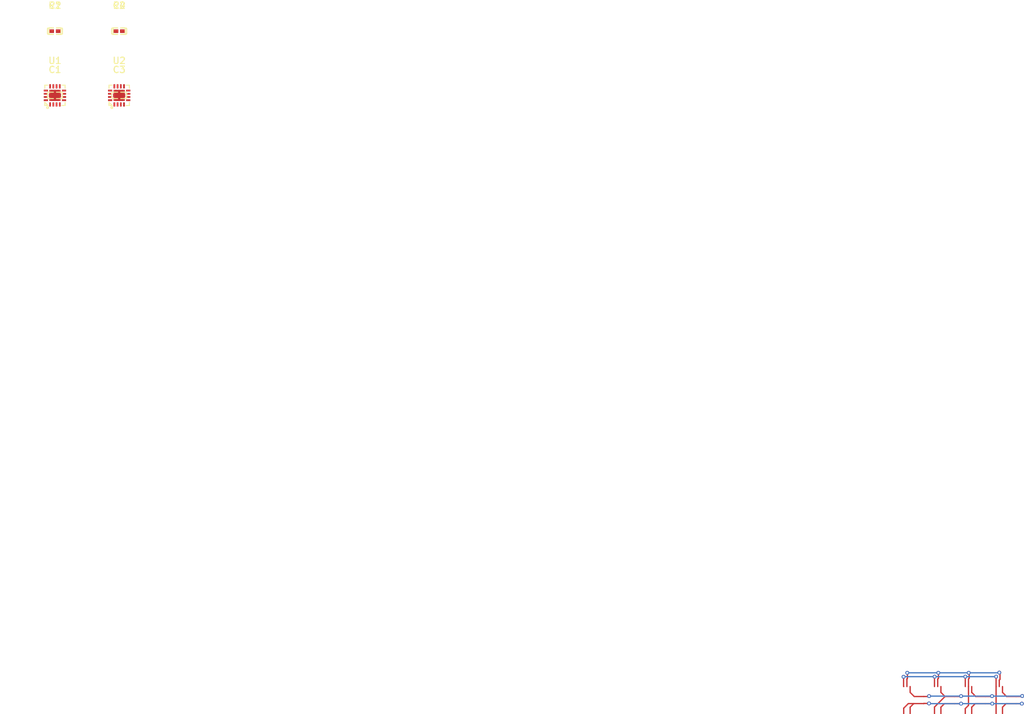
<source format=kicad_pcb>
(kicad_pcb (version 20241229) (generator "pcbnew") (generator_version "9.0")
  (layers (0 "F.Cu" signal) (2 "B.Cu" signal) (13 "F.Paste" user) (15 "B.Paste" user) (5 "F.SilkS" user "F.Silkscreen") (7 "B.SilkS" user "B.Silkscreen") (1 "F.Mask" user) (3 "B.Mask" user) (25 "Edge.Cuts" user))
  (net 0 "")
  (net 25 "expanders[0]-line-5")
  (net 26 "SCL")
  (net 27 "expanders[1].package-INT")
  (net 28 "expanders[1]-line")
  (net 29 "expanders[1]-line-6")
  (net 30 "expanders[1]-line-2")
  (net 31 "expanders[0].package-INT")
  (net 32 "expanders[1]-line-7")
  (net 33 "expanders[1]-line-3")
  (net 34 "expanders[1]-line-1")
  (net 35 "expanders[1]-RESET")
  (net 36 "expanders[1]-line-4")
  (net 38 "expanders[0]-line-4")
  (net 39 "expanders[1]-line-5")
  (net 40 "expanders[0]-line-7")
  (net 41 "expanders[0]-line")
  (net 42 "SDA")
  (net 43 "expanders[0]-line-1")
  (net 44 "expanders[0]-line-6")
  (net 46 "expanders[0]-line-2")
  (net 47 "expanders[0]-RESET")
  (net 48 "expanders[0]-line-3")
  (net 1 "gnd")
  (net 2 "VCCP")
  (footprint "atopile:QFN-16_L3.0-W3.0-P0.50-BL-EP1.7-3a4c56" (layer "F.Cu") (at 0 0 0)
    (property "Reference" "U1" (at 0 -5.41 0) (layer "F.SilkS") (hide no))
    (property "Value" "")
    (fp_line (start -1.08 1.58) (end -1.58 1.08) (stroke (width 0.15)) (layer "F.SilkS"))
    (fp_line (start -1.58 -1.08) (end -1.58 -1.58) (stroke (width 0.15)) (layer "F.SilkS"))
    (fp_line (start -1.58 -1.58) (end -1.08 -1.58) (stroke (width 0.15)) (layer "F.SilkS"))
    (fp_line (start 1.58 -1.08) (end 1.58 -1.58) (stroke (width 0.15)) (layer "F.SilkS"))
    (fp_line (start 1.58 -1.58) (end 1.08 -1.58) (stroke (width 0.15)) (layer "F.SilkS"))
    (fp_line (start -1.58 1.08) (end -1.58 1.58) (stroke (width 0.15)) (layer "F.SilkS"))
    (fp_line (start -1.58 1.58) (end -1.08 1.58) (stroke (width 0.15)) (layer "F.SilkS"))
    (fp_line (start 1.58 1.08) (end 1.58 1.58) (stroke (width 0.15)) (layer "F.SilkS"))
    (fp_line (start 1.58 1.58) (end 1.08 1.58) (stroke (width 0.15)) (layer "F.SilkS"))
    (fp_circle (center -1.14 1.9) (end -1.07 1.9) (stroke (width 0.15)) (fill no) (layer "F.SilkS"))
    (fp_text user "${REFERENCE}" (at 0 -5.41 0) (layer "F.SilkS"))
    (pad "1" smd rect (at -0.75 1.41 0) (size 0.28 0.66) (layers "F.Cu" "F.Paste" "F.Mask") (net 47 "expanders[0]-RESET"))
    (pad "2" smd rect (at -0.25 1.41 0) (size 0.28 0.66) (layers "F.Cu" "F.Paste" "F.Mask") (net 44 "expanders[0]-line-6"))
    (pad "3" smd rect (at 0.25 1.41 0) (size 0.28 0.66) (layers "F.Cu" "F.Paste" "F.Mask") (net 43 "expanders[0]-line-1"))
    (pad "4" smd rect (at 0.75 1.41 0) (size 0.28 0.66) (layers "F.Cu" "F.Paste" "F.Mask") (net 48 "expanders[0]-line-3"))
    (pad "5" smd rect (at 1.41 0.75 0) (size 0.66 0.28) (layers "F.Cu" "F.Paste" "F.Mask") (net 40 "expanders[0]-line-7"))
    (pad "6" smd rect (at 1.41 0.25 0) (size 0.66 0.28) (layers "F.Cu" "F.Paste" "F.Mask") (net 1 "gnd"))
    (pad "7" smd rect (at 1.41 -0.25 0) (size 0.66 0.28) (layers "F.Cu" "F.Paste" "F.Mask") (net 46 "expanders[0]-line-2"))
    (pad "8" smd rect (at 1.41 -0.75 0) (size 0.66 0.28) (layers "F.Cu" "F.Paste" "F.Mask") (net 38 "expanders[0]-line-4"))
    (pad "9" smd rect (at 0.75 -1.41 0) (size 0.28 0.66) (layers "F.Cu" "F.Paste" "F.Mask") (net 41 "expanders[0]-line"))
    (pad "10" smd rect (at 0.25 -1.41 0) (size 0.28 0.66) (layers "F.Cu" "F.Paste" "F.Mask") (net 25 "expanders[0]-line-5"))
    (pad "11" smd rect (at -0.25 -1.41 0) (size 0.28 0.66) (layers "F.Cu" "F.Paste" "F.Mask") (net 31 "expanders[0].package-INT"))
    (pad "12" smd rect (at -0.75 -1.41 0) (size 0.28 0.66) (layers "F.Cu" "F.Paste" "F.Mask") (net 26 "SCL"))
    (pad "13" smd rect (at -1.41 -0.75 0) (size 0.66 0.28) (layers "F.Cu" "F.Paste" "F.Mask") (net 42 "SDA"))
    (pad "14" smd rect (at -1.41 -0.25 0) (size 0.66 0.28) (layers "F.Cu" "F.Paste" "F.Mask") (net 2 "VCCP"))
    (pad "15" smd rect (at -1.41 0.25 0) (size 0.66 0.28) (layers "F.Cu" "F.Paste" "F.Mask") (net 2 "VCCP"))
    (pad "16" smd rect (at -1.41 0.75 0) (size 0.66 0.28) (layers "F.Cu" "F.Paste" "F.Mask") (net 1 "gnd"))
    (pad "17" smd rect (at 0 0 0) (size 1.75 1.75) (layers "F.Cu" "F.Paste" "F.Mask") (net 1 "gnd"))
  )
  (footprint "atopile:R0402-56259e" (layer "F.Cu") (at 0 -10 0)
    (property "Reference" "R1" (at 0 -4 0) (layer "F.SilkS") (hide no))
    (property "Value" "10kΩ ±1% 62.5mW")
    (fp_line (start -0.23 0.5) (end -0.94 0.5) (stroke (width 0.15)) (layer "F.SilkS"))
    (fp_line (start -0.94 0.5) (end -0.94 -0.5) (stroke (width 0.15)) (layer "F.SilkS"))
    (fp_line (start -0.94 -0.5) (end -0.23 -0.5) (stroke (width 0.15)) (layer "F.SilkS"))
    (fp_line (start 0.23 0.5) (end 0.94 0.5) (stroke (width 0.15)) (layer "F.SilkS"))
    (fp_line (start 0.94 0.5) (end 0.94 -0.5) (stroke (width 0.15)) (layer "F.SilkS"))
    (fp_line (start 0.94 -0.5) (end 0.23 -0.5) (stroke (width 0.15)) (layer "F.SilkS"))
    (fp_text user "${REFERENCE}" (at 0 -4 0) (layer "F.SilkS"))
    (pad "2" smd rect (at 0.43 0 0) (size 0.57 0.54) (layers "F.Cu" "F.Paste" "F.Mask") (net 2 "VCCP"))
    (pad "1" smd rect (at -0.43 0 0) (size 0.57 0.54) (layers "F.Cu" "F.Paste" "F.Mask") (net 47 "expanders[0]-RESET"))
  )
  (footprint "atopile:QFN-16_L3.0-W3.0-P0.50-BL-EP1.7-3a4c56" (layer "F.Cu") (at 10 0 0)
    (property "Reference" "U2" (at 0 -5.41 0) (layer "F.SilkS") (hide no))
    (property "Value" "")
    (fp_line (start -1.08 1.58) (end -1.58 1.08) (stroke (width 0.15)) (layer "F.SilkS"))
    (fp_line (start -1.58 -1.08) (end -1.58 -1.58) (stroke (width 0.15)) (layer "F.SilkS"))
    (fp_line (start -1.58 -1.58) (end -1.08 -1.58) (stroke (width 0.15)) (layer "F.SilkS"))
    (fp_line (start 1.58 -1.08) (end 1.58 -1.58) (stroke (width 0.15)) (layer "F.SilkS"))
    (fp_line (start 1.58 -1.58) (end 1.08 -1.58) (stroke (width 0.15)) (layer "F.SilkS"))
    (fp_line (start -1.58 1.08) (end -1.58 1.58) (stroke (width 0.15)) (layer "F.SilkS"))
    (fp_line (start -1.58 1.58) (end -1.08 1.58) (stroke (width 0.15)) (layer "F.SilkS"))
    (fp_line (start 1.58 1.08) (end 1.58 1.58) (stroke (width 0.15)) (layer "F.SilkS"))
    (fp_line (start 1.58 1.58) (end 1.08 1.58) (stroke (width 0.15)) (layer "F.SilkS"))
    (fp_circle (center -1.14 1.9) (end -1.07 1.9) (stroke (width 0.15)) (fill no) (layer "F.SilkS"))
    (fp_text user "${REFERENCE}" (at 0 -5.41 0) (layer "F.SilkS"))
    (pad "1" smd rect (at -0.75 1.41 0) (size 0.28 0.66) (layers "F.Cu" "F.Paste" "F.Mask") (net 35 "expanders[1]-RESET"))
    (pad "2" smd rect (at -0.25 1.41 0) (size 0.28 0.66) (layers "F.Cu" "F.Paste" "F.Mask") (net 34 "expanders[1]-line-1"))
    (pad "3" smd rect (at 0.25 1.41 0) (size 0.28 0.66) (layers "F.Cu" "F.Paste" "F.Mask") (net 39 "expanders[1]-line-5"))
    (pad "4" smd rect (at 0.75 1.41 0) (size 0.28 0.66) (layers "F.Cu" "F.Paste" "F.Mask") (net 32 "expanders[1]-line-7"))
    (pad "5" smd rect (at 1.41 0.75 0) (size 0.66 0.28) (layers "F.Cu" "F.Paste" "F.Mask") (net 36 "expanders[1]-line-4"))
    (pad "6" smd rect (at 1.41 0.25 0) (size 0.66 0.28) (layers "F.Cu" "F.Paste" "F.Mask") (net 1 "gnd"))
    (pad "7" smd rect (at 1.41 -0.25 0) (size 0.66 0.28) (layers "F.Cu" "F.Paste" "F.Mask") (net 29 "expanders[1]-line-6"))
    (pad "8" smd rect (at 1.41 -0.75 0) (size 0.66 0.28) (layers "F.Cu" "F.Paste" "F.Mask") (net 33 "expanders[1]-line-3"))
    (pad "9" smd rect (at 0.75 -1.41 0) (size 0.28 0.66) (layers "F.Cu" "F.Paste" "F.Mask") (net 30 "expanders[1]-line-2"))
    (pad "10" smd rect (at 0.25 -1.41 0) (size 0.28 0.66) (layers "F.Cu" "F.Paste" "F.Mask") (net 28 "expanders[1]-line"))
    (pad "11" smd rect (at -0.25 -1.41 0) (size 0.28 0.66) (layers "F.Cu" "F.Paste" "F.Mask") (net 27 "expanders[1].package-INT"))
    (pad "12" smd rect (at -0.75 -1.41 0) (size 0.28 0.66) (layers "F.Cu" "F.Paste" "F.Mask") (net 26 "SCL"))
    (pad "13" smd rect (at -1.41 -0.75 0) (size 0.66 0.28) (layers "F.Cu" "F.Paste" "F.Mask") (net 42 "SDA"))
    (pad "14" smd rect (at -1.41 -0.25 0) (size 0.66 0.28) (layers "F.Cu" "F.Paste" "F.Mask") (net 2 "VCCP"))
    (pad "15" smd rect (at -1.41 0.25 0) (size 0.66 0.28) (layers "F.Cu" "F.Paste" "F.Mask") (net 2 "VCCP"))
    (pad "16" smd rect (at -1.41 0.75 0) (size 0.66 0.28) (layers "F.Cu" "F.Paste" "F.Mask") (net 2 "VCCP"))
    (pad "17" smd rect (at 0 0 0) (size 1.75 1.75) (layers "F.Cu" "F.Paste" "F.Mask") (net 1 "gnd"))
  )
  (footprint "atopile:R0402-56259e" (layer "F.Cu") (at 10 -10 0)
    (property "Reference" "R2" (at 0 -4 0) (layer "F.SilkS") (hide no))
    (property "Value" "10kΩ ±1% 62.5mW")
    (fp_line (start -0.23 0.5) (end -0.94 0.5) (stroke (width 0.15)) (layer "F.SilkS"))
    (fp_line (start -0.94 0.5) (end -0.94 -0.5) (stroke (width 0.15)) (layer "F.SilkS"))
    (fp_line (start -0.94 -0.5) (end -0.23 -0.5) (stroke (width 0.15)) (layer "F.SilkS"))
    (fp_line (start 0.23 0.5) (end 0.94 0.5) (stroke (width 0.15)) (layer "F.SilkS"))
    (fp_line (start 0.94 0.5) (end 0.94 -0.5) (stroke (width 0.15)) (layer "F.SilkS"))
    (fp_line (start 0.94 -0.5) (end 0.23 -0.5) (stroke (width 0.15)) (layer "F.SilkS"))
    (fp_text user "${REFERENCE}" (at 0 -4 0) (layer "F.SilkS"))
    (pad "2" smd rect (at 0.43 0 0) (size 0.57 0.54) (layers "F.Cu" "F.Paste" "F.Mask") (net 2 "VCCP"))
    (pad "1" smd rect (at -0.43 0 0) (size 0.57 0.54) (layers "F.Cu" "F.Paste" "F.Mask") (net 35 "expanders[1]-RESET"))
  )
  (footprint "atopile:C0402-b3ef17" (layer "F.Cu") (at 0 0 0)
    (property "Reference" "C1" (at 0 -4 0) (layer "F.SilkS") (hide no))
    (property "Value" "100nF ±10% 16V X7R")
    (fp_line (start 1.02 -0.5) (end 0.23 -0.5) (stroke (width 0.15)) (layer "F.SilkS"))
    (fp_line (start 0.23 0.5) (end 1.02 0.5) (stroke (width 0.15)) (layer "F.SilkS"))
    (fp_line (start 1.17 0.35) (end 1.17 -0.35) (stroke (width 0.15)) (layer "F.SilkS"))
    (fp_line (start -1.02 -0.5) (end -0.23 -0.5) (stroke (width 0.15)) (layer "F.SilkS"))
    (fp_line (start -0.23 0.5) (end -1.02 0.5) (stroke (width 0.15)) (layer "F.SilkS"))
    (fp_line (start -1.17 0.35) (end -1.17 -0.35) (stroke (width 0.15)) (layer "F.SilkS"))
    (fp_arc (start 1.17 0.35) (mid 1.1260660171779822 0.456066017177982) (end 1.02 0.4999999999999999) (stroke (width 0.15)) (layer "F.SilkS"))
    (fp_arc (start 1.02 -0.5) (mid 1.1260660171779822 -0.4560660171779821) (end 1.17 -0.35) (stroke (width 0.15)) (layer "F.SilkS"))
    (fp_arc (start -1.17 0.35) (mid -1.1260660171779822 0.456066017177982) (end -1.02 0.4999999999999999) (stroke (width 0.15)) (layer "F.SilkS"))
    (fp_arc (start -1.02 -0.5) (mid -1.1260660171779822 -0.4560660171779821) (end -1.17 -0.35) (stroke (width 0.15)) (layer "F.SilkS"))
    (fp_text user "${REFERENCE}" (at 0 -4 0) (layer "F.SilkS"))
    (pad "2" smd rect (at 0.55 0 0) (size 0.79 0.54) (layers "F.Cu" "F.Paste" "F.Mask") (net 1 "gnd"))
    (pad "1" smd rect (at -0.55 0 0) (size 0.79 0.54) (layers "F.Cu" "F.Paste" "F.Mask") (net 2 "VCCP"))
  )
  (footprint "atopile:C0402-b3ef17" (layer "F.Cu") (at 0 -10 0)
    (property "Reference" "C2" (at 0 -4 0) (layer "F.SilkS") (hide no))
    (property "Value" "100nF ±10% 16V X7R")
    (fp_line (start 1.02 -0.5) (end 0.23 -0.5) (stroke (width 0.15)) (layer "F.SilkS"))
    (fp_line (start 0.23 0.5) (end 1.02 0.5) (stroke (width 0.15)) (layer "F.SilkS"))
    (fp_line (start 1.17 0.35) (end 1.17 -0.35) (stroke (width 0.15)) (layer "F.SilkS"))
    (fp_line (start -1.02 -0.5) (end -0.23 -0.5) (stroke (width 0.15)) (layer "F.SilkS"))
    (fp_line (start -0.23 0.5) (end -1.02 0.5) (stroke (width 0.15)) (layer "F.SilkS"))
    (fp_line (start -1.17 0.35) (end -1.17 -0.35) (stroke (width 0.15)) (layer "F.SilkS"))
    (fp_arc (start 1.17 0.35) (mid 1.1260660171779822 0.456066017177982) (end 1.02 0.4999999999999999) (stroke (width 0.15)) (layer "F.SilkS"))
    (fp_arc (start 1.02 -0.5) (mid 1.1260660171779822 -0.4560660171779821) (end 1.17 -0.35) (stroke (width 0.15)) (layer "F.SilkS"))
    (fp_arc (start -1.17 0.35) (mid -1.1260660171779822 0.456066017177982) (end -1.02 0.4999999999999999) (stroke (width 0.15)) (layer "F.SilkS"))
    (fp_arc (start -1.02 -0.5) (mid -1.1260660171779822 -0.4560660171779821) (end -1.17 -0.35) (stroke (width 0.15)) (layer "F.SilkS"))
    (fp_text user "${REFERENCE}" (at 0 -4 0) (layer "F.SilkS"))
    (pad "2" smd rect (at 0.55 0 0) (size 0.79 0.54) (layers "F.Cu" "F.Paste" "F.Mask") (net 1 "gnd"))
    (pad "1" smd rect (at -0.55 0 0) (size 0.79 0.54) (layers "F.Cu" "F.Paste" "F.Mask") (net 2 "VCCP"))
  )
  (footprint "atopile:C0402-b3ef17" (layer "F.Cu") (at 10 0 0)
    (property "Reference" "C3" (at 0 -4 0) (layer "F.SilkS") (hide no))
    (property "Value" "100nF ±10% 16V X7R")
    (fp_line (start 1.02 -0.5) (end 0.23 -0.5) (stroke (width 0.15)) (layer "F.SilkS"))
    (fp_line (start 0.23 0.5) (end 1.02 0.5) (stroke (width 0.15)) (layer "F.SilkS"))
    (fp_line (start 1.17 0.35) (end 1.17 -0.35) (stroke (width 0.15)) (layer "F.SilkS"))
    (fp_line (start -1.02 -0.5) (end -0.23 -0.5) (stroke (width 0.15)) (layer "F.SilkS"))
    (fp_line (start -0.23 0.5) (end -1.02 0.5) (stroke (width 0.15)) (layer "F.SilkS"))
    (fp_line (start -1.17 0.35) (end -1.17 -0.35) (stroke (width 0.15)) (layer "F.SilkS"))
    (fp_arc (start 1.17 0.35) (mid 1.1260660171779822 0.456066017177982) (end 1.02 0.4999999999999999) (stroke (width 0.15)) (layer "F.SilkS"))
    (fp_arc (start 1.02 -0.5) (mid 1.1260660171779822 -0.4560660171779821) (end 1.17 -0.35) (stroke (width 0.15)) (layer "F.SilkS"))
    (fp_arc (start -1.17 0.35) (mid -1.1260660171779822 0.456066017177982) (end -1.02 0.4999999999999999) (stroke (width 0.15)) (layer "F.SilkS"))
    (fp_arc (start -1.02 -0.5) (mid -1.1260660171779822 -0.4560660171779821) (end -1.17 -0.35) (stroke (width 0.15)) (layer "F.SilkS"))
    (fp_text user "${REFERENCE}" (at 0 -4 0) (layer "F.SilkS"))
    (pad "2" smd rect (at 0.55 0 0) (size 0.79 0.54) (layers "F.Cu" "F.Paste" "F.Mask") (net 1 "gnd"))
    (pad "1" smd rect (at -0.55 0 0) (size 0.79 0.54) (layers "F.Cu" "F.Paste" "F.Mask") (net 2 "VCCP"))
  )
  (footprint "atopile:C0402-b3ef17" (layer "F.Cu") (at 10 -10 0)
    (property "Reference" "C4" (at 0 -4 0) (layer "F.SilkS") (hide no))
    (property "Value" "100nF ±10% 16V X7R")
    (fp_line (start 1.02 -0.5) (end 0.23 -0.5) (stroke (width 0.15)) (layer "F.SilkS"))
    (fp_line (start 0.23 0.5) (end 1.02 0.5) (stroke (width 0.15)) (layer "F.SilkS"))
    (fp_line (start 1.17 0.35) (end 1.17 -0.35) (stroke (width 0.15)) (layer "F.SilkS"))
    (fp_line (start -1.02 -0.5) (end -0.23 -0.5) (stroke (width 0.15)) (layer "F.SilkS"))
    (fp_line (start -0.23 0.5) (end -1.02 0.5) (stroke (width 0.15)) (layer "F.SilkS"))
    (fp_line (start -1.17 0.35) (end -1.17 -0.35) (stroke (width 0.15)) (layer "F.SilkS"))
    (fp_arc (start 1.17 0.35) (mid 1.1260660171779822 0.456066017177982) (end 1.02 0.4999999999999999) (stroke (width 0.15)) (layer "F.SilkS"))
    (fp_arc (start 1.02 -0.5) (mid 1.1260660171779822 -0.4560660171779821) (end 1.17 -0.35) (stroke (width 0.15)) (layer "F.SilkS"))
    (fp_arc (start -1.17 0.35) (mid -1.1260660171779822 0.456066017177982) (end -1.02 0.4999999999999999) (stroke (width 0.15)) (layer "F.SilkS"))
    (fp_arc (start -1.02 -0.5) (mid -1.1260660171779822 -0.4560660171779821) (end -1.17 -0.35) (stroke (width 0.15)) (layer "F.SilkS"))
    (fp_text user "${REFERENCE}" (at 0 -4 0) (layer "F.SilkS"))
    (pad "2" smd rect (at 0.55 0 0) (size 0.79 0.54) (layers "F.Cu" "F.Paste" "F.Mask") (net 1 "gnd"))
    (pad "1" smd rect (at -0.55 0 0) (size 0.79 0.54) (layers "F.Cu" "F.Paste" "F.Mask") (net 2 "VCCP"))
  )
  (via (at 132.11 90.51) (size 0.6) (drill 0.3) (layers "F.Cu" "B.Cu") (net 0))
  (via (at 141.72 90.49) (size 0.6) (drill 0.3) (layers "F.Cu" "B.Cu") (net 0))
  (via (at 136.94 90.49) (size 0.6) (drill 0.3) (layers "F.Cu" "B.Cu") (net 0))
  (via (at 146.52 90.49) (size 0.6) (drill 0.3) (layers "F.Cu" "B.Cu") (net 0))
  (via (at 132.686459 89.89) (size 0.6) (drill 0.3) (layers "F.Cu" "B.Cu") (net 0))
  (via (at 147.011154 89.858516) (size 0.6) (drill 0.3) (layers "F.Cu" "B.Cu") (net 0))
  (via (at 142.25 89.89) (size 0.6) (drill 0.3) (layers "F.Cu" "B.Cu") (net 0))
  (via (at 137.52 89.89) (size 0.6) (drill 0.3) (layers "F.Cu" "B.Cu") (net 0))
  (via (at 145.88 93.52) (size 0.6) (drill 0.3) (layers "F.Cu" "B.Cu") (net 0))
  (via (at 136.08 93.52) (size 0.6) (drill 0.3) (layers "F.Cu" "B.Cu") (net 0))
  (via (at 150.58 93.5) (size 0.6) (drill 0.3) (layers "F.Cu" "B.Cu") (net 0))
  (via (at 141.06 93.52) (size 0.6) (drill 0.3) (layers "F.Cu" "B.Cu") (net 0))
  (via (at 150.52 94.69) (size 0.6) (drill 0.3) (layers "F.Cu" "B.Cu") (net 0))
  (via (at 136.07 94.66) (size 0.6) (drill 0.3) (layers "F.Cu" "B.Cu") (net 0))
  (via (at 145.91 94.69) (size 0.6) (drill 0.3) (layers "F.Cu" "B.Cu") (net 0))
  (via (at 141.06 94.69) (size 0.6) (drill 0.3) (layers "F.Cu" "B.Cu") (net 0))
  (segment (start 136.923333 92.03) (end 136.923333 90.506667) (width 0.2) (net 0) (layer "F.Cu"))
  (segment (start 141.716667 90.493333) (end 141.72 90.49) (width 0.2) (net 0) (layer "F.Cu"))
  (segment (start 132.11 92.01) (end 132.13 92.03) (width 0.2) (net 0) (layer "F.Cu"))
  (segment (start 132.11 90.51) (end 132.11 92.01) (width 0.2) (net 0) (layer "F.Cu"))
  (segment (start 146.51 90.5) (end 146.52 90.49) (width 0.2) (net 0) (layer "F.Cu"))
  (segment (start 141.716667 92.03) (end 141.716667 90.493333) (width 0.2) (net 0) (layer "F.Cu"))
  (segment (start 146.51 96.25) (end 146.51 92.03) (width 0.2) (net 0) (layer "F.Cu"))
  (segment (start 146.51 92.03) (end 146.51 90.5) (width 0.2) (net 0) (layer "F.Cu"))
  (segment (start 136.923333 90.506667) (end 136.94 90.49) (width 0.2) (net 0) (layer "F.Cu"))
  (segment (start 132.13 90.49) (end 132.11 90.51) (width 0.2) (net 0) (layer "B.Cu"))
  (segment (start 141.72 90.49) (end 136.94 90.49) (width 0.2) (net 0) (layer "B.Cu"))
  (segment (start 136.94 90.49) (end 132.13 90.49) (width 0.2) (net 0) (layer "B.Cu"))
  (segment (start 146.52 90.49) (end 141.72 90.49) (width 0.2) (net 0) (layer "B.Cu"))
  (segment (start 147.01 91.02) (end 147.01 92.03) (width 0.2) (net 0) (layer "F.Cu"))
  (segment (start 132.63 90.839943) (end 132.711 90.758943) (width 0.2) (net 0) (layer "F.Cu"))
  (segment (start 137.541 90.738943) (end 137.541 89.911) (width 0.2) (net 0) (layer "F.Cu"))
  (segment (start 142.216667 90.843276) (end 142.321 90.738943) (width 0.2) (net 0) (layer "F.Cu"))
  (segment (start 137.423333 92.03) (end 137.423333 90.85661) (width 0.2) (net 0) (layer "F.Cu"))
  (segment (start 137.423333 90.85661) (end 137.541 90.738943) (width 0.2) (net 0) (layer "F.Cu"))
  (segment (start 141.716667 96.25) (end 141.716667 95.456332) (width 0.2) (net 0) (layer "F.Cu"))
  (segment (start 137.541 89.911) (end 137.52 89.89) (width 0.2) (net 0) (layer "F.Cu"))
  (segment (start 142.216667 94.956332) (end 142.216667 92.03) (width 0.2) (net 0) (layer "F.Cu"))
  (segment (start 132.63 92.03) (end 132.63 90.839943) (width 0.2) (net 0) (layer "F.Cu"))
  (segment (start 147.121 89.968362) (end 147.121 90.909) (width 0.2) (net 0) (layer "F.Cu"))
  (segment (start 141.716667 95.456332) (end 142.216667 94.956332) (width 0.2) (net 0) (layer "F.Cu"))
  (segment (start 132.711 89.914541) (end 132.686459 89.89) (width 0.2) (net 0) (layer "F.Cu"))
  (segment (start 142.216667 92.03) (end 142.216667 90.843276) (width 0.2) (net 0) (layer "F.Cu"))
  (segment (start 142.321 89.961) (end 142.25 89.89) (width 0.2) (net 0) (layer "F.Cu"))
  (segment (start 147.121 90.909) (end 147.01 91.02) (width 0.2) (net 0) (layer "F.Cu"))
  (segment (start 147.011154 89.858516) (end 147.121 89.968362) (width 0.2) (net 0) (layer "F.Cu"))
  (segment (start 142.321 90.738943) (end 142.321 89.961) (width 0.2) (net 0) (layer "F.Cu"))
  (segment (start 132.711 90.758943) (end 132.711 89.914541) (width 0.2) (net 0) (layer "F.Cu"))
  (segment (start 142.25 89.89) (end 146.97967 89.89) (width 0.2) (net 0) (layer "B.Cu"))
  (segment (start 137.52 89.89) (end 142.25 89.89) (width 0.2) (net 0) (layer "B.Cu"))
  (segment (start 132.686459 89.89) (end 137.52 89.89) (width 0.2) (net 0) (layer "B.Cu"))
  (segment (start 146.97967 89.89) (end 147.011154 89.858516) (width 0.2) (net 0) (layer "B.Cu"))
  (segment (start 133.768332 93.58) (end 133.13 92.941668) (width 0.2) (net 0) (layer "F.Cu"))
  (segment (start 150.5 93.58) (end 150.58 93.5) (width 0.2) (net 0) (layer "F.Cu"))
  (segment (start 140.043333 93.58) (end 141 93.58) (width 0.2) (net 0) (layer "F.Cu"))
  (segment (start 138.561665 93.58) (end 137.923333 92.941668) (width 0.2) (net 0) (layer "F.Cu"))
  (segment (start 145.82 93.58) (end 145.88 93.52) (width 0.2) (net 0) (layer "F.Cu"))
  (segment (start 141 93.58) (end 141.06 93.52) (width 0.2) (net 0) (layer "F.Cu"))
  (segment (start 148.148332 93.58) (end 147.51 92.941668) (width 0.2) (net 0) (layer "F.Cu"))
  (segment (start 140.043333 93.58) (end 138.561665 93.58) (width 0.2) (net 0) (layer "F.Cu"))
  (segment (start 133.13 92.941668) (end 133.13 92.03) (width 0.2) (net 0) (layer "F.Cu"))
  (segment (start 136.02 93.58) (end 136.08 93.52) (width 0.2) (net 0) (layer "F.Cu"))
  (segment (start 144.836667 93.58) (end 143.354999 93.58) (width 0.2) (net 0) (layer "F.Cu"))
  (segment (start 144.836667 93.58) (end 145.82 93.58) (width 0.2) (net 0) (layer "F.Cu"))
  (segment (start 142.716667 92.941668) (end 142.716667 92.03) (width 0.2) (net 0) (layer "F.Cu"))
  (segment (start 137.923333 92.941668) (end 137.923333 92.03) (width 0.2) (net 0) (layer "F.Cu"))
  (segment (start 147.51 92.941668) (end 147.51 92.03) (width 0.2) (net 0) (layer "F.Cu"))
  (segment (start 135.25 93.58) (end 133.768332 93.58) (width 0.2) (net 0) (layer "F.Cu"))
  (segment (start 143.354999 93.58) (end 142.716667 92.941668) (width 0.2) (net 0) (layer "F.Cu"))
  (segment (start 136.923333 95.218332) (end 138.561665 93.58) (width 0.2) (net 0) (layer "F.Cu"))
  (segment (start 136.923333 96.25) (end 136.923333 95.218332) (width 0.2) (net 0) (layer "F.Cu"))
  (segment (start 135.25 93.58) (end 136.02 93.58) (width 0.2) (net 0) (layer "F.Cu"))
  (segment (start 149.63 93.58) (end 150.5 93.58) (width 0.2) (net 0) (layer "F.Cu"))
  (segment (start 149.63 93.58) (end 148.148332 93.58) (width 0.2) (net 0) (layer "F.Cu"))
  (segment (start 150.56 93.52) (end 150.58 93.5) (width 0.2) (net 0) (layer "B.Cu"))
  (segment (start 136.08 93.52) (end 141.06 93.52) (width 0.2) (net 0) (layer "B.Cu"))
  (segment (start 141.06 93.52) (end 145.88 93.52) (width 0.2) (net 0) (layer "B.Cu"))
  (segment (start 145.88 93.52) (end 150.56 93.52) (width 0.2) (net 0) (layer "B.Cu"))
  (segment (start 148.07 94.68) (end 147.51 95.24) (width 0.2) (net 0) (layer "F.Cu"))
  (segment (start 149.63 94.68) (end 150.51 94.68) (width 0.2) (net 0) (layer "F.Cu"))
  (segment (start 140.043333 94.68) (end 141.05 94.68) (width 0.2) (net 0) (layer "F.Cu"))
  (segment (start 143.276667 94.68) (end 142.716667 95.24) (width 0.2) (net 0) (layer "F.Cu"))
  (segment (start 142.716667 95.24) (end 142.716667 96.25) (width 0.2) (net 0) (layer "F.Cu"))
  (segment (start 137.923333 95.24) (end 137.923333 96.25) (width 0.2) (net 0) (layer "F.Cu"))
  (segment (start 135.25 94.68) (end 133.69 94.68) (width 0.2) (net 0) (layer "F.Cu"))
  (segment (start 144.836667 94.68) (end 143.276667 94.68) (width 0.2) (net 0) (layer "F.Cu"))
  (segment (start 144.836667 94.68) (end 145.9 94.68) (width 0.2) (net 0) (layer "F.Cu"))
  (segment (start 150.51 94.68) (end 150.52 94.69) (width 0.2) (net 0) (layer "F.Cu"))
  (segment (start 135.27 94.66) (end 135.25 94.68) (width 0.2) (net 0) (layer "F.Cu"))
  (segment (start 136.07 94.66) (end 135.27 94.66) (width 0.2) (net 0) (layer "F.Cu"))
  (segment (start 145.9 94.68) (end 145.91 94.69) (width 0.2) (net 0) (layer "F.Cu"))
  (segment (start 132.13 95.4) (end 132.85 94.68) (width 0.2) (net 0) (layer "F.Cu"))
  (segment (start 138.483333 94.68) (end 137.923333 95.24) (width 0.2) (net 0) (layer "F.Cu"))
  (segment (start 147.51 95.24) (end 147.51 96.25) (width 0.2) (net 0) (layer "F.Cu"))
  (segment (start 132.13 96.25) (end 132.13 95.4) (width 0.2) (net 0) (layer "F.Cu"))
  (segment (start 133.13 95.24) (end 133.13 96.25) (width 0.2) (net 0) (layer "F.Cu"))
  (segment (start 140.043333 94.68) (end 138.483333 94.68) (width 0.2) (net 0) (layer "F.Cu"))
  (segment (start 132.85 94.68) (end 133.69 94.68) (width 0.2) (net 0) (layer "F.Cu"))
  (segment (start 149.63 94.68) (end 148.07 94.68) (width 0.2) (net 0) (layer "F.Cu"))
  (segment (start 141.05 94.68) (end 141.06 94.69) (width 0.2) (net 0) (layer "F.Cu"))
  (segment (start 133.69 94.68) (end 133.13 95.24) (width 0.2) (net 0) (layer "F.Cu"))
  (segment (start 141.06 94.69) (end 136.1 94.69) (width 0.2) (net 0) (layer "B.Cu"))
  (segment (start 145.91 94.69) (end 141.06 94.69) (width 0.2) (net 0) (layer "B.Cu"))
  (segment (start 136.1 94.69) (end 136.07 94.66) (width 0.2) (net 0) (layer "B.Cu"))
  (segment (start 150.52 94.69) (end 145.91 94.69) (width 0.2) (net 0) (layer "B.Cu"))
)
</source>
